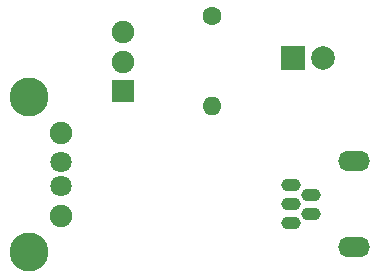
<source format=gbs>
%TF.GenerationSoftware,KiCad,Pcbnew,(5.1.9)-1*%
%TF.CreationDate,2021-04-25T21:03:41-04:00*%
%TF.ProjectId,PowerStripper,506f7765-7253-4747-9269-707065722e6b,v01*%
%TF.SameCoordinates,Original*%
%TF.FileFunction,Soldermask,Bot*%
%TF.FilePolarity,Negative*%
%FSLAX46Y46*%
G04 Gerber Fmt 4.6, Leading zero omitted, Abs format (unit mm)*
G04 Created by KiCad (PCBNEW (5.1.9)-1) date 2021-04-25 21:03:41*
%MOMM*%
%LPD*%
G01*
G04 APERTURE LIST*
%ADD10O,1.650000X1.100000*%
%ADD11O,2.700000X1.700000*%
%ADD12C,3.300000*%
%ADD13C,1.900000*%
%ADD14C,1.800000*%
%ADD15R,2.000000X2.000000*%
%ADD16C,2.000000*%
%ADD17O,1.600000X1.600000*%
%ADD18C,1.600000*%
%ADD19R,1.900000X1.900000*%
G04 APERTURE END LIST*
D10*
%TO.C,J1*%
X125378800Y-112217200D03*
X125378800Y-113817200D03*
X125378800Y-110617200D03*
X127128800Y-113017200D03*
X127128800Y-111417200D03*
D11*
X130703800Y-115867200D03*
X130703800Y-108567200D03*
%TD*%
D12*
%TO.C,J2*%
X103174800Y-103107200D03*
X103174800Y-116247200D03*
D13*
X105884800Y-106177200D03*
D14*
X105884800Y-108677200D03*
X105884800Y-110677200D03*
D13*
X105884800Y-113177200D03*
%TD*%
D15*
%TO.C,D1*%
X125552200Y-99872800D03*
D16*
X128092200Y-99872800D03*
%TD*%
D17*
%TO.C,R1*%
X118719600Y-103911400D03*
D18*
X118719600Y-96291400D03*
%TD*%
D19*
%TO.C,S1*%
X111150400Y-102641400D03*
D13*
X111150400Y-100141400D03*
X111150400Y-97641400D03*
%TD*%
M02*

</source>
